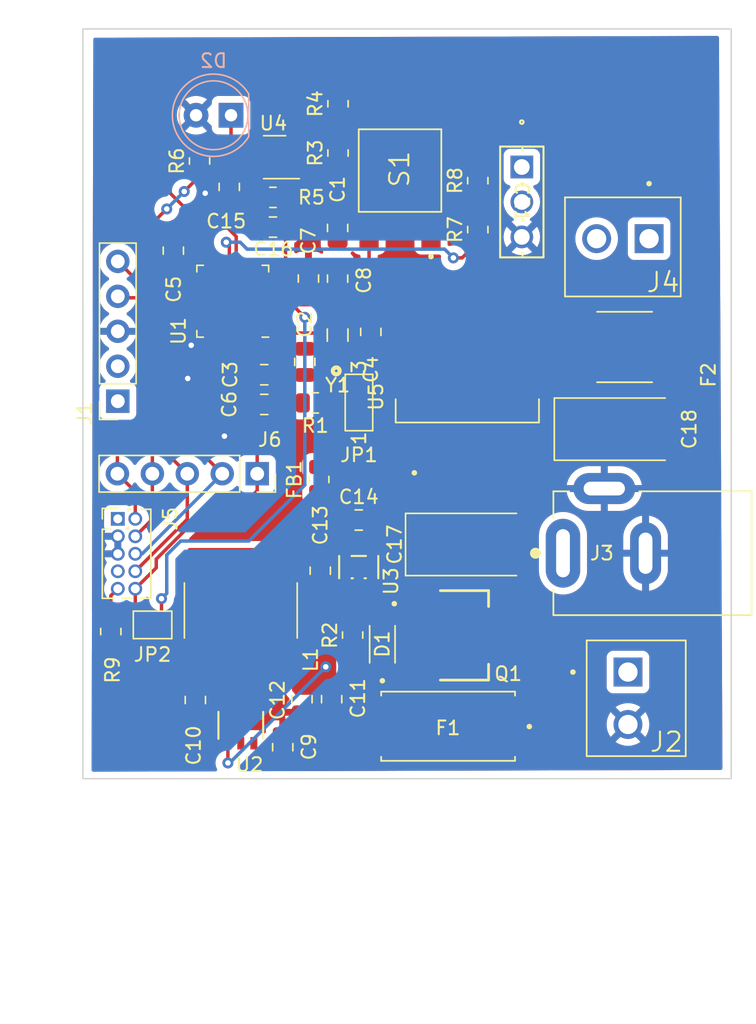
<source format=kicad_pcb>
(kicad_pcb (version 20221018) (generator pcbnew)
  (layers (0 "F.Cu" signal) (31 "B.Cu" signal) (34 "B.Paste" user) (35 "F.Paste" user) (36 "B.SilkS" user "B.Silkscreen") (37 "F.SilkS" user "F.Silkscreen") (38 "B.Mask" user) (39 "F.Mask" user) (44 "Edge.Cuts" user))
  (net 0 "")
  (net 1 "NRST")
  (net 2 "GND")
  (net 3 "Net-(U1-PC14)")
  (net 4 "+3.3V")
  (net 5 "Net-(U1-PC15)")
  (net 6 "VDDA")
  (net 7 "VDD")
  (net 8 "Net-(U2-BST)")
  (net 9 "Net-(U2-SW)")
  (net 10 "+5V")
  (net 11 "Net-(D2-K)")
  (net 12 "/ADC1_IN5")
  (net 13 "Net-(U5-VOUT)")
  (net 14 "Net-(CR1-Pad1)")
  (net 15 "Net-(CR1-Pad2)")
  (net 16 "Net-(D1-K)")
  (net 17 "Net-(D1-A)")
  (net 18 "Net-(F2-Pad2)")
  (net 19 "/USART1_RX")
  (net 20 "/USART1_TX")
  (net 21 "Net-(J2-Pad1)")
  (net 22 "/TMS{slash}SWDAT_PA13")
  (net 23 "/TCK{slash}SWCLK_PA14")
  (net 24 "/TDO{slash}SWO_PB3")
  (net 26 "/TDI_PA15")
  (net 27 "Net-(J5-GNDDetect)")
  (net 28 "/TRST_PB4")
  (net 29 "Net-(JP1-C)")
  (net 30 "/BOOT_SELECT")
  (net 31 "Net-(U4-IN+)")
  (net 32 "/PA6")
  (net 33 "/PA7")
  (net 34 "Net-(R7-Pad2)")
  (net 37 "/ADC1_IN6")
  (net 38 "/USART2_TX")
  (net 39 "/USART2_RX")
  (net 40 "/DAC1_OUT1")
  (net 41 "/DAC1_OUT2")
  (net 42 "/PB0")
  (net 43 "/PB1")
  (net 44 "/PA8")
  (net 45 "/CAN_RX")
  (net 46 "/CAN_TX")
  (net 47 "/PB5")
  (net 48 "/I2C1_SCL")
  (net 49 "/I2C1_SDA")
  (footprint "Resistor_SMD:R_0805_2012Metric" (layer "F.Cu") (at 179.197 81.8915 -90)
    (fp_text reference "FB1" (at 0.0235 1.778 90) (layer "F.SilkS"))
    (fp_text value "~")
    (pad "1" smd roundrect (at -0.9125 0 270) (size 1.025 1.4) (layers "F.Cu" "F.Paste" "F.Mask") (roundrect_rratio 0.243902) (net 6 "VDDA"))
    (pad "2" smd roundrect (at 0.9125 0 270) (size 1.025 1.4) (layers "F.Cu" "F.Paste" "F.Mask") (roundrect_rratio 0.243902) (net 4 "+3.3V"))
  )
  (footprint "Resistor_SMD:R_0805_2012Metric" (layer "F.Cu") (at 178.943 76.327 180)
    (fp_text reference "R1" (at 0 -1.65) (layer "F.SilkS"))
    (fp_text value "10K")
    (pad "1" smd roundrect (at -0.9125 0 180) (size 1.025 1.4) (layers "F.Cu" "F.Paste" "F.Mask") (roundrect_rratio 0.243902) (net 29 "Net-(JP1-C)"))
    (pad "2" smd roundrect (at 0.9125 0 180) (size 1.025 1.4) (layers "F.Cu" "F.Paste" "F.Mask") (roundrect_rratio 0.243902) (net 30 "/BOOT_SELECT"))
  )
  (footprint "ldo:ADP122AUJZ-3.3-R7" (layer "F.Cu") (at 182.1 88.258)
    (fp_text reference "U3" (at 2.352 1.023 -90) (layer "F.SilkS"))
    (fp_text value "ADP122AUJZ-3.3-R7")
    (pad "1" smd rect (at -0.95 1.15) (size 0.6 1.2) (layers "F.Cu") (net 10 "+5V"))
    (pad "2" smd rect (at 0 1.15) (size 0.6 1.2) (layers "F.Cu") (net 2 "GND"))
    (pad "3" smd rect (at 0.95 1.15) (size 0.6 1.2) (layers "F.Cu") (net 10 "+5V"))
    (pad "4" smd rect (at 0.95 -1.15) (size 0.6 1.2) (layers "F.Cu"))
    (pad "5" smd rect (at -0.95 -1.15) (size 0.6 1.2) (layers "F.Cu") (net 4 "+3.3V"))
  )
  (footprint "Resistor_SMD:R_0805_2012Metric" (layer "F.Cu") (at 180.594 54.5865 90)
    (fp_text reference "R4" (at 0 -1.65 90) (layer "F.SilkS"))
    (fp_text value "33K")
    (pad "1" smd roundrect (at -0.9125 0 90) (size 1.025 1.4) (layers "F.Cu" "F.Paste" "F.Mask") (roundrect_rratio 0.243902) (net 31 "Net-(U4-IN+)"))
    (pad "2" smd roundrect (at 0.9125 0 90) (size 1.025 1.4) (layers "F.Cu" "F.Paste" "F.Mask") (roundrect_rratio 0.243902) (net 2 "GND"))
  )
  (footprint "diodes:MMSZ4700T1G" (layer "F.Cu") (at 183.817 93.867 90)
    (fp_text reference "D1" (at 0.014 0 270) (layer "F.SilkS"))
    (fp_text value "D_Zener")
    (pad "1" smd rect (at -1.6375 0 90) (size 0.915 1.22) (layers "F.Cu" "F.Paste" "F.Mask") (net 16 "Net-(D1-K)"))
    (pad "2" smd rect (at 1.6375 0 90) (size 0.915 1.22) (layers "F.Cu" "F.Paste" "F.Mask") (net 17 "Net-(D1-A)"))
  )
  (footprint "Capacitor_SMD:C_0805_2012Metric" (layer "F.Cu") (at 178.445 67.2875 90)
    (fp_text reference "C7" (at 2.733 0 90) (layer "F.SilkS"))
    (fp_text value "1uF")
    (pad "1" smd roundrect (at -0.95 0 90) (size 1 1.45) (layers "F.Cu" "F.Paste" "F.Mask") (net 6 "VDDA"))
    (pad "2" smd roundrect (at 0.95 0 90) (size 1 1.45) (layers "F.Cu" "F.Paste" "F.Mask") (net 2 "GND"))
  )
  (footprint "Connector_PinSocket_2.54mm:PinSocket_1x05_P2.54mm_Vertical" (layer "F.Cu") (at 164.592 76.2 180)
    (fp_text reference "J1" (at 2.413 -0.889 90) (layer "F.SilkS"))
    (fp_text value "Conn_01x05_Socket")
    (pad "1" thru_hole rect (at 0 0 180) (size 1.7 1.7) (drill 1) (layers "*.Cu" "*.Mask") (net 10 "+5V"))
    (pad "2" thru_hole oval (at 0 2.54 180) (size 1.7 1.7) (drill 1) (layers "*.Cu" "*.Mask") (net 4 "+3.3V"))
    (pad "3" thru_hole oval (at 0 5.08 180) (size 1.7 1.7) (drill 1) (layers "*.Cu" "*.Mask") (net 2 "GND"))
    (pad "4" thru_hole oval (at 0 7.62 180) (size 1.7 1.7) (drill 1) (layers "*.Cu" "*.Mask") (net 19 "/USART1_RX"))
    (pad "5" thru_hole oval (at 0 10.16 180) (size 1.7 1.7) (drill 1) (layers "*.Cu" "*.Mask") (net 20 "/USART1_TX"))
  )
  (footprint "Resistor_SMD:R_0805_2012Metric" (layer "F.Cu") (at 180.594 58.166 90)
    (fp_text reference "R3" (at 0 -1.65 90) (layer "F.SilkS"))
    (fp_text value "1M")
    (pad "1" smd roundrect (at -0.9125 0 90) (size 1.025 1.4) (layers "F.Cu" "F.Paste" "F.Mask") (roundrect_rratio 0.243902) (net 4 "+3.3V"))
    (pad "2" smd roundrect (at 0.9125 0 90) (size 1.025 1.4) (layers "F.Cu" "F.Paste" "F.Mask") (roundrect_rratio 0.243902) (net 31 "Net-(U4-IN+)"))
  )
  (footprint "fuses:0ZCF0100AF2A" (layer "F.Cu") (at 201.422 72.263)
    (fp_text reference "F2" (at 6.096 2.032 90) (layer "F.SilkS"))
    (fp_text value "1A")
    (pad "1" smd rect (at -3.7 0 90) (size 5.6 2.3) (layers "F.Cu" "F.Paste" "F.Mask") (net 13 "Net-(U5-VOUT)"))
    (pad "2" smd rect (at 3.7 0 90) (size 5.6 2.3) (layers "F.Cu" "F.Paste" "F.Mask") (net 18 "Net-(F2-Pad2)"))
  )
  (footprint "Capacitor_SMD:C_0805_2012Metric" (layer "F.Cu") (at 179.306 88.519 90)
    (fp_text reference "C13" (at 3.302 0 90) (layer "F.SilkS"))
    (fp_text value "1uF")
    (pad "1" smd roundrect (at -0.95 0 90) (size 1 1.45) (layers "F.Cu" "F.Paste" "F.Mask") (net 10 "+5V"))
    (pad "2" smd roundrect (at 0.95 0 90) (size 1 1.45) (layers "F.Cu" "F.Paste" "F.Mask") (net 2 "GND"))
  )
  (footprint "connectors:TBP02R2-381-02BE" (layer "F.Cu") (at 203.2 64.389 180)
    (fp_text reference "J4" (at -1.016 -3.175) (layer "F.SilkS") (effects (font (size 1.4 1.4))))
    (fp_text value "TBP02R2-381-02BE")
    (pad "1" thru_hole rect (at 0 0 180) (size 2.1 2.1) (drill 1.4) (layers "*.Cu" "*.Mask") (net 18 "Net-(F2-Pad2)"))
    (pad "2" thru_hole circle (at 3.81 0 180) (size 2.1 2.1) (drill 1.4) (layers "*.Cu" "*.Mask") (net 15 "Net-(CR1-Pad2)"))
  )
  (footprint "Connector_PinHeader_1.27mm:PinHeader_2x05_P1.27mm_Vertical" (layer "F.Cu") (at 164.592 84.75)
    (fp_text reference "J5" (at 3.81 0 90) (layer "F.SilkS"))
    (fp_text value "Conn_ARM_JTAG_SWD_10")
    (pad "1" thru_hole rect (at 0 0) (size 1 1) (drill 0.65) (layers "*.Cu" "*.Mask") (net 4 "+3.3V"))
    (pad "2" thru_hole oval (at 1.27 0) (size 1 1) (drill 0.65) (layers "*.Cu" "*.Mask") (net 22 "/TMS{slash}SWDAT_PA13"))
    (pad "3" thru_hole oval (at 0 1.27) (size 1 1) (drill 0.65) (layers "*.Cu" "*.Mask") (net 2 "GND"))
    (pad "4" thru_hole oval (at 1.27 1.27) (size 1 1) (drill 0.65) (layers "*.Cu" "*.Mask") (net 23 "/TCK{slash}SWCLK_PA14"))
    (pad "5" thru_hole oval (at 0 2.54) (size 1 1) (drill 0.65) (layers "*.Cu" "*.Mask") (net 2 "GND"))
    (pad "6" thru_hole oval (at 1.27 2.54) (size 1 1) (drill 0.65) (layers "*.Cu" "*.Mask") (net 24 "/TDO{slash}SWO_PB3"))
    (pad "7" thru_hole oval (at 0 3.81) (size 1 1) (drill 0.65) (layers "*.Cu" "*.Mask"))
    (pad "8" thru_hole oval (at 1.27 3.81) (size 1 1) (drill 0.65) (layers "*.Cu" "*.Mask") (net 26 "/TDI_PA15"))
    (pad "9" thru_hole oval (at 0 5.08) (size 1 1) (drill 0.65) (layers "*.Cu" "*.Mask") (net 27 "Net-(J5-GNDDetect)"))
    (pad "10" thru_hole oval (at 1.27 5.08) (size 1 1) (drill 0.65) (layers "*.Cu" "*.Mask") (net 28 "/TRST_PB4"))
  )
  (footprint "ldo:AP63205WU-7" (layer "F.Cu") (at 173.53 99.757 90)
    (fp_text reference "U2" (at -2.859 0.635 unlocked) (layer "F.SilkS"))
    (fp_text value "AP63205WU-7" hide)
    (pad "1" smd rect (at -1.30175 -0.950001 90) (size 0.9017 0.508) (layers "F.Cu" "F.Paste" "F.Mask") (net 10 "+5V"))
    (pad "2" smd rect (at -1.30175 0 90) (size 0.9017 0.508) (layers "F.Cu" "F.Paste" "F.Mask") (net 7 "VDD"))
    (pad "3" smd rect (at -1.30175 0.950001 90) (size 0.9017 0.508) (layers "F.Cu" "F.Paste" "F.Mask") (net 7 "VDD"))
    (pad "4" smd rect (at 1.30175 0.950001 90) (size 0.9017 0.508) (layers "F.Cu" "F.Paste" "F.Mask") (net 2 "GND"))
    (pad "5" smd rect (at 1.30175 0 90) (size 0.9017 0.508) (layers "F.Cu" "F.Paste" "F.Mask") (net 9 "Net-(U2-SW)"))
    (pad "6" smd rect (at 1.30175 -0.950001 90) (size 0.9017 0.508) (layers "F.Cu" "F.Paste" "F.Mask") (net 8 "Net-(U2-BST)"))
  )
  (footprint "Capacitor_SMD:C_0805_2012Metric" (layer "F.Cu") (at 168.628 65.2605 90)
    (fp_text reference "C5" (at -2.8115 0.028 90) (layer "F.SilkS"))
    (fp_text value "100nF")
    (pad "1" smd roundrect (at -0.95 0 90) (size 1 1.45) (layers "F.Cu" "F.Paste" "F.Mask") (net 4 "+3.3V"))
    (pad "2" smd roundrect (at 0.95 0 90) (size 1 1.45) (layers "F.Cu" "F.Paste" "F.Mask") (net 2 "GND"))
  )
  (footprint "Resistor_SMD:R_0805_2012Metric" (layer "F.Cu") (at 175.867 61.3895)
    (fp_text reference "R5" (at 2.794 0) (layer "F.SilkS"))
    (fp_text value "500K")
    (pad "1" smd roundrect (at -0.9125 0) (size 1.025 1.4) (layers "F.Cu" "F.Paste" "F.Mask") (roundrect_rratio 0.243902) (net 11 "Net-(D2-K)"))
    (pad "2" smd roundrect (at 0.9125 0) (size 1.025 1.4) (layers "F.Cu" "F.Paste" "F.Mask") (roundrect_rratio 0.243902) (net 12 "/ADC1_IN5"))
  )
  (footprint "Capacitor_SMD:C_0805_2012Metric" (layer "F.Cu") (at 182.1 84.836)
    (fp_text reference "C14" (at 0 -1.68) (layer "F.SilkS"))
    (fp_text value "1uF")
    (pad "1" smd roundrect (at -0.95 0) (size 1 1.45) (layers "F.Cu" "F.Paste" "F.Mask") (net 4 "+3.3V"))
    (pad "2" smd roundrect (at 0.95 0) (size 1 1.45) (layers "F.Cu" "F.Paste" "F.Mask") (net 2 "GND"))
  )
  (footprint "Resistor_SMD:R_0805_2012Metric" (layer "F.Cu") (at 164.084 92.9405 -90)
    (fp_text reference "R9" (at 2.794 -0.127 90) (layer "F.SilkS"))
    (fp_text value "10K")
    (pad "1" smd roundrect (at -0.9125 0 270) (size 1.025 1.4) (layers "F.Cu" "F.Paste" "F.Mask") (roundrect_rratio 0.243902) (net 27 "Net-(J5-GNDDetect)"))
    (pad "2" smd roundrect (at 0.9125 0 270) (size 1.025 1.4) (layers "F.Cu" "F.Paste" "F.Mask") (roundrect_rratio 0.243902) (net 2 "GND"))
  )
  (footprint "Inductor_SMD:L_Bourns_SRN8040TA" (layer "F.Cu") (at 173.53 91.409 90)
    (fp_text reference "L1" (at -3.587 5.08 90) (layer "F.SilkS"))
    (fp_text value "4.7uH")
    (pad "1" smd rect (at -2.825 0) (size 6.6 2.85) (layers "F.Cu" "F.Paste" "F.Mask") (net 9 "Net-(U2-SW)"))
    (pad "2" smd rect (at 2.825 0) (size 6.6 2.85) (layers "F.Cu" "F.Paste" "F.Mask") (net 10 "+5V"))
  )
  (footprint "Jumper:SolderJumper-3_P1.3mm_Bridged12_Pad1.0x1.5mm_NumberLabels" (layer "F.Cu") (at 182.118 76.297 90)
    (fp_text reference "JP1" (at -3.81 0) (layer "F.SilkS"))
    (fp_text value "Boot_Sel")
    (fp_text user "3" (at 2.6 0 90) (layer "F.SilkS"))
    (fp_text user "1" (at -2.6 0 90) (layer "F.SilkS"))
    (fp_poly (pts (xy -0.9 -0.3) (xy -0.4 -0.3) (xy -0.4 0.3) (xy -0.9 0.3)) (fill solid) (layer "F.Cu"))
    (pad "1" smd rect (at -1.3 0 90) (size 1 1.5) (layers "F.Cu" "F.Mask") (net 2 "GND"))
    (pad "2" smd rect (at 0 0 90) (size 1 1.5) (layers "F.Cu" "F.Mask") (net 29 "Net-(JP1-C)"))
    (pad "3" smd rect (at 1.3 0 90) (size 1 1.5) (layers "F.Cu" "F.Mask") (net 4 "+3.3V"))
  )
  (footprint "Package_TO_SOT_SMD:SOT-23-6" (layer "F.Cu") (at 175.9885 58.4685 180)
    (fp_text reference "U4" (at 0.0935 2.4615 180) (layer "F.SilkS"))
    (fp_text value "OPA328DBVR")
    (pad "1" smd roundrect (at -1.1375 -0.95 180) (size 1.325 0.6) (layers "F.Cu" "F.Paste" "F.Mask") (net 12 "/ADC1_IN5"))
    (pad "2" smd roundrect (at -1.1375 0 180) (size 1.325 0.6) (layers "F.Cu" "F.Paste" "F.Mask") (net 2 "GND"))
    (pad "3" smd roundrect (at -1.1375 0.95 180) (size 1.325 0.6) (layers "F.Cu" "F.Paste" "F.Mask") (net 31 "Net-(U4-IN+)"))
    (pad "4" smd roundrect (at 1.1375 0.95 180) (size 1.325 0.6) (layers "F.Cu" "F.Paste" "F.Mask") (net 11 "Net-(D2-K)"))
    (pad "5" smd roundrect (at 1.1375 0 180) (size 1.325 0.6) (layers "F.Cu" "F.Paste" "F.Mask") (net 32 "/PA6"))
    (pad "6" smd roundrect (at 1.1375 -0.95 180) (size 1.325 0.6) (layers "F.Cu" "F.Paste" "F.Mask") (net 4 "+3.3V"))
  )
  (footprint "Capacitor_SMD:C_0805_2012Metric" (layer "F.Cu") (at 172.692 60.6275 -90)
    (fp_text reference "C15" (at 2.4915 0.226 -180) (layer "F.SilkS"))
    (fp_text value "100nF")
    (pad "1" smd roundrect (at -0.95 0 270) (size 1 1.45) (layers "F.Cu" "F.Paste" "F.Mask") (net 4 "+3.3V"))
    (pad "2" smd roundrect (at 0.95 0 270) (size 1 1.45) (layers "F.Cu" "F.Paste" "F.Mask") (net 2 "GND"))
  )
  (footprint "Capacitor_SMD:C_0805_2012Metric" (layer "F.Cu") (at 175.232 74.2775 180)
    (fp_text reference "C3" (at 2.474 0 90) (layer "F.SilkS"))
    (fp_text value "100nF")
    (pad "1" smd roundrect (at -0.95 0 180) (size 1 1.45) (layers "F.Cu" "F.Paste" "F.Mask") (net 4 "+3.3V"))
    (pad "2" smd roundrect (at 0.95 0 180) (size 1 1.45) (layers "F.Cu" "F.Paste" "F.Mask") (net 2 "GND"))
  )
  (footprint "Capacitor_SMD:C_0805_2012Metric" (layer "F.Cu") (at 177.975 97.856 -90)
    (fp_text reference "C12" (at 0.066 1.778 90) (layer "F.SilkS"))
    (fp_text value "22uF")
    (pad "1" smd roundrect (at -0.95 0 270) (size 1 1.45) (layers "F.Cu" "F.Paste" "F.Mask") (net 10 "+5V"))
    (pad "2" smd roundrect (at 0.95 0 270) (size 1 1.45) (layers "F.Cu" "F.Paste" "F.Mask") (net 2 "GND"))
  )
  (footprint "Capacitor_SMD:C_0805_2012Metric" (layer "F.Cu") (at 182.979 71.1635 -90)
    (fp_text reference "C4" (at 2.733 0 90) (layer "F.SilkS"))
    (fp_text value "10pF")
    (pad "1" smd roundrect (at -0.95 0 270) (size 1 1.45) (layers "F.Cu" "F.Paste" "F.Mask") (net 5 "Net-(U1-PC15)"))
    (pad "2" smd roundrect (at 0.95 0 270) (size 1 1.45) (layers "F.Cu" "F.Paste" "F.Mask") (net 2 "GND"))
  )
  (footprint "crystals:ECS-.327-12.5-34R-C-TR" (layer "F.Cu") (at 180.566 71.3975 90)
    (fp_text reference "Y1" (at -3.642 0) (layer "F.SilkS"))
    (fp_text value "ECS-.327-12.5-34R-C-TR")
    (pad "1" smd rect (at -1.25 0 270) (size 1.1 1.9) (layers "F.Cu" "F.Paste" "F.Mask") (net 3 "Net-(U1-PC14)"))
    (pad "2" smd rect (at 1.25 0 270) (size 1.1 1.9) (layers "F.Cu" "F.Paste" "F.Mask") (net 5 "Net-(U1-PC15)"))
  )
  (footprint "Resistor_SMD:R_0805_2012Metric" (layer "F.Cu") (at 190.754 60.1745 90)
    (fp_text reference "R8" (at 0 -1.65 90) (layer "F.SilkS"))
    (fp_text value "10K")
    (pad "1" smd roundrect (at -0.9125 0 90) (size 1.025 1.4) (layers "F.Cu" "F.Paste" "F.Mask") (roundrect_rratio 0.243902) (net 34 "Net-(R7-Pad2)"))
    (pad "2" smd roundrect (at 0.9125 0 90) (size 1.025 1.4) (layers "F.Cu" "F.Paste" "F.Mask") (roundrect_rratio 0.243902) (net 14 "Net-(CR1-Pad1)"))
  )
  (footprint "Package_DFN_QFN:QFN-32-1EP_5x5mm_P0.5mm_EP3.45x3.45mm" (layer "F.Cu") (at 172.946 68.9365 180)
    (fp_text reference "U1" (at 3.937 -2.166 90) (layer "F.SilkS"))
    (fp_text value "STM32L432KCU6")
    (pad "1" smd roundrect (at -2.4375 -1.75 180) (size 0.875 0.25) (layers "F.Cu" "F.Paste" "F.Mask") (net 4 "+3.3V"))
    (pad "2" smd roundrect (at -2.4375 -1.25 180) (size 0.875 0.25) (layers "F.Cu" "F.Paste" "F.Mask") (net 3 "Net-(U1-PC14)"))
    (pad "3" smd roundrect (at -2.4375 -0.75 180) (size 0.875 0.25) (layers "F.Cu" "F.Paste" "F.Mask") (net 5 "Net-(U1-PC15)"))
    (pad "4" smd roundrect (at -2.4375 -0.25 180) (size 0.875 0.25) (layers "F.Cu" "F.Paste" "F.Mask") (net 1 "NRST"))
    (pad "5" smd roundrect (at -2.4375 0.25 180) (size 0.875 0.25) (layers "F.Cu" "F.Paste" "F.Mask") (net 6 "VDDA"))
    (pad "6" smd roundrect (at -2.4375 0.75 180) (size 0.875 0.25) (layers "F.Cu" "F.Paste" "F.Mask") (net 12 "/ADC1_IN5"))
    (pad "7" smd roundrect (at -2.4375 1.25 180) (size 0.875 0.25) (layers "F.Cu" "F.Paste" "F.Mask") (net 37 "/ADC1_IN6"))
    (pad "8" smd roundrect (at -2.4375 1.75 180) (size 0.875 0.25) (layers "F.Cu" "F.Paste" "F.Mask") (net 38 "/USART2_TX"))
    (pad "9" smd roundrect (at -1.75 2.4375 180) (size 0.25 0.875) (layers "F.Cu" "F.Paste" "F.Mask") (net 39 "/USART2_RX"))
    (pad "10" smd roundrect (at -1.25 2.4375 180) (size 0.25 0.875) (layers "F.Cu" "F.Paste" "F.Mask") (net 40 "/DAC1_OUT1"))
    (pad "11" smd roundrect (at -0.75 2.4375 180) (size 0.25 0.875) (layers "F.Cu" "F.Paste" "F.Mask") (net 41 "/DAC1_OUT2"))
    (pad "12" smd roundrect (at -0.25 2.4375 180) (size 0.25 0.875) (layers "F.Cu" "F.Paste" "F.Mask") (net 32 "/PA6"))
    (pad "13" smd roundrect (at 0.25 2.4375 180) (size 0.25 0.875) (layers "F.Cu" "F.Paste" "F.Mask") (net 33 "/PA7"))
    (pad "14" smd roundrect (at 0.75 2.4375 180) (size 0.25 0.875) (layers "F.Cu" "F.Paste" "F.Mask") (net 42 "/PB0"))
    (pad "15" smd roundrect (at 1.25 2.4375 180) (size 0.25 0.875) (layers "F.Cu" "F.Paste" "F.Mask") (net 43 "/PB1"))
    (pad "16" smd roundrect (at 1.75 2.4375 180) (size 0.25 0.875) (layers "F.Cu" "F.Paste" "F.Mask") (net 2 "GND"))
    (pad "17" smd roundrect (at 2.4375 1.75 180) (size 0.875 0.25) (layers "F.Cu" "F.Paste" "F.Mask") (net 4 "+3.3V"))
    (pad "18" smd roundrect (at 2.4375 1.25 180) (size 0.875 0.25) (layers "F.Cu" "F.Paste" "F.Mask") (net 44 "/PA8"))
    (pad "19" smd roundrect (at 2.4375 0.75 180) (size 0.875 0.25) (layers "F.Cu" "F.Paste" "F.Mask") (net 20 "/USART1_TX"))
    (pad "20" smd roundrect (at 2.4375 0.25 180) (size 0.875 0.25) (layers "F.Cu" "F.Paste" "F.Mask") (net 19 "/USART1_RX"))
    (pad "21" smd roundrect (at 2.4375 -0.25 180) (size 0.875 0.25) (layers "F.Cu" "F.Paste" "F.Mask") (net 45 "/CAN_RX"))
    (pad "22" smd roundrect (at 2.4375 -0.75 180) (size 0.875 0.25) (layers "F.Cu" "F.Paste" "F.Mask") (net 46 "/CAN_TX"))
    (pad "23" smd roundrect (at 2.4375 -1.25 180) (size 0.875 0.25) (layers "F.Cu" "F.Paste" "F.Mask") (net 22 "/TMS{slash}SWDAT_PA13"))
    (pad "24" smd roundrect (at 2.4375 -1.75 180) (size 0.875 0.25) (layers "F.Cu" "F.Paste" "F.Mask") (net 23 "/TCK{slash}SWCLK_PA14"))
    (pad "25" smd roundrect (at 1.75 -2.4375 180) (size 0.25 0.875) (layers "F.Cu" "F.Paste" "F.Mask") (net 26 "/TDI_PA15"))
    (pad "26" smd roundrect (at 1.25 -2.4375 180) (size 0.25 0.875) (layers "F.Cu" "F.Paste" "F.Mask") (net 24 "/TDO{slash}SWO_PB3"))
    (pad "27" smd roundrect (at 0.75 -2.4375 180) (size 0.25 0.875) (layers "F.Cu" "F.Paste" "F.Mask") (net 28 "/TRST_PB4"))
    (pad "28" smd roundrect (at 0.25 -2.4375 180) (size 0.25 0.875) (layers "F.Cu" "F.Paste" "F.Mask") (net 47 "/PB5"))
    (pad "29" smd roundrect (at -0.25 -2.4375 180) (size 0.25 0.875) (layers "F.Cu" "F.Paste" "F.Mask") (net 48 "/I2C1_SCL"))
    (pad "30" smd roundrect (at -0.75 -2.4375 180) (size 0.25 0.875) (layers "F.Cu" "F.Paste" "F.Mask") (net 49 "/I2C1_SDA"))
    (pad "31" smd roundrect (at -1.25 -2.4375 180) (size 0.25 0.875) (layers "F.Cu" "F.Paste" "F.Mask") (net 30 "/BOOT_SELECT"))
    (pad "32" smd roundrect (at -1.75 -2.4375 180) (size 0.25 0.875) (layers "F.Cu" "F.Paste" "F.Mask") (net 2 "GND"))
    (pad "33" smd rect (at 0 0 180) (size 3.45 3.45) (layers "F.Cu" "F.Mask") (net 2 "GND"))
  )
  (footprint "Resistor_SMD:R_0805_2012Metric" (layer "F.Cu") (at 190.754 63.7305 90)
    (fp_text reference "R7" (at 0 -1.65 90) (layer "F.SilkS"))
    (fp_text value "10K")
    (pad "1" smd roundrect (at -0.9125 0 90) (size 1.025 1.4) (layers "F.Cu" "F.Paste" "F.Mask") (roundrect_rratio 0.243902) (net 33 "/PA7"))
    (pad "2" smd roundrect (at 0.9125 0 90) (size 1.025 1.4) (layers "F.Cu" "F.Paste" "F.Mask") (roundrect_rratio 0.243902) (net 34 "Net-(R7-Pad2)"))
  )
  (footprint "Capacitor_SMD:C_0805_2012Metric" (layer "F.Cu") (at 175.232 76.4365 180)
    (fp_text reference "C6" (at 2.54 0 90) (layer "F.SilkS"))
    (fp_text value "4.7uF")
    (pad "1" smd roundrect (at -0.95 0 180) (size 1 1.45) (layers "F.Cu" "F.Paste" "F.Mask") (net 4 "+3.3V"))
    (pad "2" smd roundrect (at 0.95 0 180) (size 1 1.45) (layers "F.Cu" "F.Paste" "F.Mask") (net 2 "GND"))
  )
  (footprint "connectors:PJ-002A" (layer "F.Cu") (at 196.946 87.249)
    (fp_text reference "J3" (at 2.825 0) (layer "F.SilkS") (effects (font (size 1.000827 1.000827))))
    (fp_text value "PJ-002A")
    (pad "1" thru_hole oval (at 0 0) (size 2.5 5) (drill oval 1 3.5) (layers "*.Cu" "*.Mask") (net 21 "Net-(J2-Pad1)"))
    (pad "2" thru_hole oval (at 6 0) (size 2.25 4.5) (drill oval 1 3) (layers "*.Cu" "*.Mask") (net 2 "GND"))
    (pad "3" thru_hole oval (at 3 -4.7) (size 4.5 2.25) (drill oval 3 1) (layers "*.Cu" "*.Mask") (net 2 "GND"))
  )
  (footprint "connectors:TBP02R2-381-02BE" (layer "F.Cu") (at 201.6655 95.885 -90)
    (fp_text reference "J2" (at 5.08 -2.794 -180) (layer "F.SilkS") (effects (font (size 1.4 1.4))))
    (fp_text value "TBP02R2-381-02BE")
    (pad "1" thru_hole rect (at 0 0 270) (size 2.1 2.1) (drill 1.4) (layers "*.Cu" "*.Mask") (net 21 "Net-(J2-Pad1)"))
    (pad "2" thru_hole circle (at 3.81 0 270) (size 2.1 2.1) (drill 1.4) (layers "*.Cu" "*.Mask") (net 2 "GND"))
  )
  (footprint "Capacitor_SMD:C_0805_2012Metric" (layer "F.Cu") (at 178.181 73.345 -90)
    (fp_text reference "C2" (at -2.733 0 90) (layer "F.SilkS"))
    (fp_text value "10pF")
    (pad "1" smd roundrect (at -0.95 0 270) (size 1 1.45) (layers "F.Cu" "F.Paste" "F.Mask") (net 3 "Net-(U1-PC14)"))
    (pad "2" smd roundrect (at 0.95 0 270) (size 1 1.45) (layers "F.Cu" "F.Paste" "F.Mask") (net 2 "GND"))
  )
  (footprint "Capacitor_Tantalum_SMD:CP_EIA-7343-15_Kemet-W" (layer "F.Cu") (at 189.913 86.614)
    (fp_text reference "C17" (at -5.207 0 -90) (layer "F.SilkS"))
    (fp_text value "10uF")
    (pad "1" smd roundrect (at -3.1125 0) (size 2.075 2.55) (layers "F.Cu" "F.Paste" "F.Mask") (roundrect_rratio 0.120482) (net 7 "VDD"))
    (pad "2" smd roundrect (at 3.1125 0) (size 2.075 2.55) (layers "F.Cu" "F.Paste" "F.Mask") (roundrect_rratio 0.120482) (net 2 "GND"))
  )
  (footprint "Capacitor_Tantalum_SMD:CP_EIA-7343-15_Kemet-W" (layer "F.Cu") (at 200.7225 78.232)
    (fp_text reference "C18" (at 5.3985 0 90) (layer "F.SilkS"))
    (fp_text value "10uF")
    (pad "1" smd roundrect (at -3.1125 0) (size 2.075 2.55) (layers "F.Cu" "F.Paste" "F.Mask") (roundrect_rratio 0.120482) (net 13 "Net-(U5-VOUT)"))
    (pad "2" smd roundrect (at 3.1125 0) (size 2.075 2.55) (layers "F.Cu" "F.Paste" "F.Mask") (roundrect_rratio 0.120482) (net 2 "GND"))
  )
  (footprint "Capacitor_SMD:C_0805_2012Metric" (layer "F.Cu") (at 175.867 63.5485)
    (fp_text reference "C16" (at 0.028 1.6025) (layer "F.SilkS"))
    (fp_text value "0.1pF")
    (pad "1" smd roundrect (at -0.95 0) (size 1 1.45) (layers "F.Cu" "F.Paste" "F.Mask") (net 11 "Net-(D2-K)"))
    (pad "2" smd roundrect (at 0.95 0) (size 1 1.45) (layers "F.Cu" "F.Paste" "F.Mask") (net 12 "/ADC1_IN5"))
  )
  (footprint "Connector_PinSocket_2.54mm:PinSocket_1x05_P2.54mm_Vertical" (layer "F.Cu") (at 174.722 81.473 -90)
    (fp_text reference "J6" (at -2.479 -0.919 -180) (layer "F.SilkS"))
    (fp_text value "Conn_01x05_Socket")
    (pad "1" thru_hole rect (at 0 0 270) (size 1.7 1.7) (drill 1) (layers "*.Cu" "*.Mask") (net 28 "/TRST_PB4"))
    (pad "2" thru_hole oval (at 0 2.54 270) (size 1.7 1.7) (drill 1) (layers "*.Cu" "*.Mask") (net 24 "/TDO{slash}SWO_PB3"))
    (pad "3" thru_hole oval (at 0 5.08 270) (size 1.7 1.7) (drill 1) (layers "*.Cu" "*.Mask") (net 26 "/TDI_PA15"))
    (pad "4" thru_hole oval (at 0 7.62 270) (size 1.7 1.7) (drill 1) (layers "*.Cu" "*.Mask") (net 23 "/TCK{slash}SWCLK_PA14"))
    (pad "5" thru_hole oval (at 0 10.16 270) (size 1.7 1.7) (drill 1) (layers "*.Cu" "*.Mask") (net 22 "/TMS{slash}SWDAT_PA13"))
  )
  (footprint "Capacitor_SMD:C_0805_2012Metric" (layer "F.Cu") (at 170.228 97.917 90)
    (fp_text reference "C10" (at -3.302 -0.127 90) (layer "F.SilkS"))
    (fp_text value "100nF")
    (pad "1" smd roundrect (at -0.95 0 90) (size 1 1.45) (layers "F.Cu" "F.Paste" "F.Mask") (net 8 "Net-(U2-BST)"))
    (pad "2" smd roundrect (at 0.95 0 90) (size 1 1.45) (layers "F.Cu" "F.Paste" "F.Mask") (net 9 "Net-(U2-SW)"))
  )
  (footprint "Jumper:SolderJumper-2_P1.3mm_Bridged_Pad1.0x1.5mm" (layer "F.Cu") (at 167.117 92.456)
    (fp_text reference "JP2" (at 0 2.159) (layer "F.SilkS"))
    (fp_text value "~")
    (fp_poly (pts (xy -0.25 -0.3) (xy 0.25 -0.3) (xy 0.25 0.3) (xy -0.25 0.3)) (fill solid) (layer "F.Cu"))
    (pad "1" smd rect (at -0.65 0) (size 1 1.5) (layers "F.Cu" "F.Mask") (net 28 "/TRST_PB4"))
    (pad "2" smd rect (at 0.65 0) (size 1 1.5) (layers "F.Cu" "F.Mask") (net 1 "NRST"))
  )
  (footprint "Resistor_SMD:R_0805_2012Metric" (layer "F.Cu") (at 170.533 58.746 90)
    (fp_text reference "R6" (at 0 -1.65 90) (layer "F.SilkS"))
    (fp_text value "100K")
    (pad "1" smd roundrect (at -0.9125 0 90) (size 1.025 1.4) (layers "F.Cu" "F.Paste" "F.Mask") (roundrect_rratio 0.243902) (net 4 "+3.3V"))
    (pad "2" smd roundrect (at 0.9125 0 90) (size 1.025 1.4) (layers "F.Cu" "F.Paste" "F.Mask") (roundrect_rratio 0.243902) (net 32 "/PA6"))
  )
  (footprint "ldo:MIC29150-12WU" (layer "F.Cu") (at 189.992 75.057 90)
    (fp_text reference "U5" (at -0.825 -6.635 90) (layer "F.SilkS"))
    (fp_text value "MIC29150-12WU")
    (pad "1" smd rect (at -6.35 -2.54 90) (size 3.92 1.45) (layers "F.Cu" "F.Paste" "F.Mask") (net 7 "VDD"))
    (pad "2" smd rect (at -6.35 0 90) (size 3.92 1.45) (layers "F.Cu" "F.Paste" "F.Mask") (net 2 "GND"))
    (pad "3" smd rect (at -6.35 2.54 90) (size 3.92 1.45) (layers "F.Cu" "F.Paste" "F.Mask") (net 13 "Net-(U5-VOUT)"))
    (pad "4" smd rect (at 3.95 0 90) (size 8.75 10.75) (layers "F.Cu" "F.Mask"))
  )
  (footprint "Capacitor_SMD:C_0805_2012Metric" (layer "F.Cu") (at 176.578 101.346 90)
    (fp_text reference "C9" (at 0.026 1.905 90) (layer "F.SilkS"))
    (fp_text value "10uF")
    (pad "1" smd roundrect (at -0.95 0 90) (size 1 1.45) (layers "F.Cu" "F.Paste" "F.Mask") (net 7 "VDD"))
    (pad "2" smd roundrect (at 0.95 0 90) (size 1 1.45) (layers "F.Cu" "F.Paste" "F.Mask") (net 2 "GND"))
  )
  (footprint "Capacitor_SMD:C_0805_2012Metric" (layer "F.Cu") (at 180.566 63.6095 90)
    (fp_text reference "C1" (at 2.794 0 90) (layer "F.SilkS"))
    (fp_text value "100nF")
    (pad "1" smd roundrect (at -0.95 0 90) (size 1 1.45) (layers "F.Cu" "F.Paste" "F.Mask") (net 1 "NRST"))
    (pad "2" smd roundrect (at 0.95 0 90) (size 1 1.45) (layers "F.Cu" "F.Paste" "F.Mask") (net 2 "GND"))
  )
  (footprint "Capacitor_SMD:C_0805_2012Metric" (layer "F.Cu") (at 180.566 67.2925 90)
    (fp_text reference "C8" (at -0.127 1.905 90) (layer "F.SilkS"))
    (fp_text value "10nF")
    (pad "1" smd roundrect (at -0.95 0 90) (size 1 1.45) (layers "F.Cu" "F.Paste" "F.Mask") (net 6 "VDDA"))
    (pad "2" smd roundrect (at 0.95 0 90) (size 1 1.45) (layers "F.Cu" "F.Paste" "F.Mask") (net 2 "GND"))
  )
  (footprint "switch_tactile:TL3301AF160QG" (layer "F.Cu") (at 185.102 59.4405 90)
    (fp_text reference "S1" (at 0.105 -0.036 90) (layer "F.SilkS") (effects (font (size 1.4 1.4))))
    (fp_text value "RESET")
    (pad "1" smd rect (at -4.55 2.25 90) (size 2.1 1.4) (layers "F.Cu" "F.Paste" "F.Mask"))
    (pad "2" smd rect (at 4.55 2.25 90) (size 2.1 1.4) (layers "F.Cu" "F.Paste" "F.Mask") (net 2 "GND"))
    (pad "3" smd rect (at -4.55 -2.25 90) (size 2.1 1.4) (layers "F.Cu" "F.Paste" "F.Mask") (net 1 "NRST"))
    (pad "4" smd rect (at 4.55 -2.25 90) (size 2.1 1.4) (layers "F.Cu" "F.Paste" "F.Mask"))
  )
  (footprint "mosfets:DMP6023LE-13" (layer "F.Cu") (at 189.786 93.218)
    (fp_text reference "Q1" (at 3.175 2.794) (layer "F.SilkS"))
    (fp_text value "DMP6023LE-13")
    (pad "1" smd rect (at -3.1 -2.3) (size 2.2 1.2) (layers "F.Cu" "F.Paste" "F.Mask") (net 17 "Net-(D1-A)"))
    (pad "2" smd rect (at -3.1 0) (size 2.2 1.2) (layers "F.Cu" "F.Paste" "F.Mask") (net 21 "Net-(J2-Pad1)"))
    (pad "3" smd rect (at -3.1 2.3) (size 2.2 1.2) (layers "F.Cu" "F.Paste" "F.Mask") (net 16 "Net-(D1-K)"))
    (pad "4" smd rect (at 3.1 0) (size 2.2 3.5) (layers "F.Cu" "F.Paste" "F.Mask") (net 21 "Net-(J2-Pad1)"))
  )
  (footprint "transistors:BD681" (layer "F.Cu") (at 193.9525 59.182 -90)
    (fp_text reference "CR1" (at 2.54 0 -90 unlocked) (layer "F.SilkS"))
    (fp_text value "BD681")
    (pad "1" thru_hole rect (at 0 0 270) (size 1.651 1.651) (drill 1.143) (layers "*.Cu" "*.Mask") (net 14 "Net-(CR1-Pad1)"))
    (pad "2" thru_hole circle (at 2.54 0 270) (size 1.651 1.651) (drill 1.143) (layers "*.Cu" "*.Mask") (net 15 "Net-(CR1-Pad2)"))
    (pad "3" thru_hole circle (at 5.08 0 270) (size 1.651 1.651) (drill 1.143) (layers "*.Cu" "*.Mask") (net 2 "GND"))
  )
  (footprint "fuses:0154010.DRL" (layer "F.Cu") (at 188.595 99.822 180)
    (fp_text reference "F1" (at 0.0127 -0.127) (layer "F.SilkS"))
    (fp_text value "(10 A)")
    (pad "1" smd rect (at -3.1877 0 180) (size 4.2418 3.81) (layers "F.Cu" "F.Paste" "F.Mask") (net 7 "VDD"))
    (pad "2" smd rect (at 3.1877 0 180) (size 4.2418 3.81) (layers "F.Cu" "F.Paste" "F.Mask") (net 16 "Net-(D1-K)"))
  )
  (footprint "Resistor_SMD:R_0805_2012Metric" (layer "F.Cu") (at 181.658 93.1945 90)
    (fp_text reference "R2" (at -0.0235 -1.651 90) (layer "F.SilkS"))
    (fp_text value "10K")
    (pad "1" smd roundrect (at -0.9125 0 90) (size 1.025 1.4) (layers "F.Cu" "F.Paste" "F.Mask") (roundrect_rratio 0.243902) (net 2 "GND"))
    (pad "2" smd roundrect (at 0.9125 0 90) (size 1.025 1.4) (layers "F.Cu" "F.Paste" "F.Mask") (roundrect_rratio 0.243902) (net 17 "Net-(D1-A)"))
  )
  (footprint "Capacitor_SMD:C_0805_2012Metric" (layer "F.Cu") (at 180.134 97.856 -90)
    (fp_text reference "C11" (at -0.061 -1.905 90) (layer "F.SilkS"))
    (fp_text value "22uF")
    (pad "1" smd roundrect (at -0.95 0 270) (size 1 1.45) (layers "F.Cu" "F.Paste" "F.Mask") (net 10 "+5V"))
    (pad "2" smd roundrect (at 0.95 0 270) (size 1 1.45) (layers "F.Cu" "F.Paste" "F.Mask") (net 2 "GND"))
  )
  (footprint "LED_THT:LED_D5.0mm_IRGrey" (layer "B.Cu") (at 172.819 55.4205 180)
    (fp_text reference "D2" (at 1.27 3.96) (layer "B.SilkS") (effects (justify mirror)))
    (fp_text value "SFH213FA")
    (pad "1" thru_hole rect (at 0 0 180) (size 1.8 1.8) (drill 0.9) (layers "*.Cu" "*.Mask") (net 11 "Net-(D2-K)"))
    (pad "2" thru_hole circle (at 2.54 0 180) (size 1.8 1.8) (drill 0.9) (layers "*.Cu" "*.Mask") (net 2 "GND"))
  )
  (gr_rect (start 162.052 49.149) (end 209.169 103.632) (stroke (width 0.1)) (fill none) (layer "Edge.Cuts"))
  (segment (start 176.784 69.1865) (end 182.0195 69.1865) (width 0.25) (layer "F.Cu") (net 1))
  (segment (start 177.2635 69.1865) (end 178.181 70.104) (width 0.25) (layer "F.Cu") (net 1))
  (segment (start 167.767 90.551) (end 167.767 92.456) (width 0.25) (layer "F.Cu") (net 1))
  (segment (start 182.852 68.298) (end 182.852 63.9905) (width 0.25) (layer "F.Cu") (net 1))
  (segment (start 182.88 68.326) (end 182.852 68.298) (width 0.25) (layer "F.Cu") (net 1))
  (segment (start 176.784 69.1865) (end 177.2635 69.1865) (width 0.25) (layer "F.Cu") (net 1))
  (segment (start 175.3835 69.1865) (end 176.784 69.1865) (width 0.25) (layer "F.Cu") (net 1))
  (segment (start 182.0195 69.1865) (end 182.88 68.326) (width 0.25) (layer "F.Cu") (net 1))
  (segment (start 181.135 63.9905) (end 182.852 63.9905) (width 0.25) (layer "F.Cu") (net 1))
  (segment (start 180.566 64.5595) (end 181.135 63.9905) (width 0.25) (layer "F.Cu") (net 1))
  (via (at 167.767 90.551) (size 0.8) (drill 0.4) (layers "F.Cu" "B.Cu") (net 1))
  (via (at 178.181 70.104) (size 0.8) (drill 0.4) (layers "F.Cu" "B.Cu") (net 1))
  (segment (start 174.117 86.36) (end 169.164 86.36) (width 0.25) (layer "B.Cu") (net 1))
  (segment (start 178.181 70.104) (end 178.181 82.296) (width 0.25) (layer "B.Cu") (net 1))
  (segment (start 168.148 87.376) (end 168.148 89.662) (width 0.25) (layer "B.Cu") (net 1))
  (segment (start 168.148 90.17) (end 167.767 90.551) (width 0.25) (layer "B.Cu") (net 1))
  (segment (start 178.181 82.296) (end 174.752 85.725) (width 0.25) (layer "B.Cu") (net 1))
  (segment (start 168.148 89.662) (end 168.148 90.17) (width 0.25) (layer "B.Cu") (net 1))
  (segment (start 169.164 86.36) (end 168.148 87.376) (width 0.25) (layer "B.Cu") (net 1))
  (segment (start 174.752 85.725) (end 174.117 86.36) (width 0.25) (layer "B.Cu") (net 1))
  (via (at 169.672 74.549) (size 0.8) (drill 0.4) (layers "F.Cu" "B.Cu") (net 2))
  (via (at 170.942 61.087) (size 0.8) (drill 0.4) (layers "F.Cu" "B.Cu") (net 2))
  (via (at 169.926 72.136) (size 0.8) (drill 0.4) (layers "F.Cu" "B.Cu") (net 2))
  (via (at 172.339 78.74) (size 0.8) (drill 0.4) (layers "F.Cu" "B.Cu") (net 2))
  (segment (start 176.403 70.720492) (end 176.403 71.501) (width 0.25) (layer "F.Cu") (net 3))
  (segment (start 178.153 72.1135) (end 178.687 72.6475) (width 0.25) (layer "F.Cu") (net 3))
  (segment (start 177.0155 72.1135) (end 178.153 72.1135) (width 0.25) (layer "F.Cu") (net 3))
  (segment (start 175.3835 70.1865) (end 175.869008 70.1865) (width 0.25) (layer "F.Cu") (net 3))
  (segment (start 175.869008 70.1865) (end 176.403 70.720492) (width 0.25) (layer "F.Cu") (net 3))
  (segment (start 176.403 71.501) (end 177.0155 72.1135) (width 0.25) (layer "F.Cu") (net 3))
  (segment (start 178.687 72.6475) (end 180.566 72.6475) (width 0.25) (layer "F.Cu") (net 3))
  (segment (start 168.148 62.23) (end 166.878 63.5) (width 0.25) (layer "F.Cu") (net 4))
  (segment (start 172.951 59.4185) (end 172.692 59.6775) (width 0.25) (layer "F.Cu") (net 4))
  (segment (start 167.8105 66.2105) (end 168.628 66.2105) (width 0.25) (layer "F.Cu") (net 4))
  (segment (start 172.692 59.6775) (end 170.552 59.6775) (width 0.25) (layer "F.Cu") (net 4))
  (segment (start 170.533 59.6585) (end 170.533 59.845) (width 0.25) (layer "F.Cu") (net 4))
  (segment (start 169.604 67.1865) (end 168.628 66.2105) (width 0.25) (layer "F.Cu") (net 4))
  (segment (start 166.878 63.5) (end 166.878 65.278) (width 0.25) (layer "F.Cu") (net 4))
  (segment (start 166.878 65.278) (end 167.8105 66.2105) (width 0.25) (layer "F.Cu") (net 4))
  (segment (start 170.552 59.6775) (end 170.533 59.6585) (width 0.25) (layer "F.Cu") (net 4))
  (segment (start 174.851 59.4185) (end 172.951 59.4185) (width 0.25) (layer "F.Cu") (net 4))
  (segment (start 170.533 59.845) (end 169.418 60.96) (width 0.25) (layer "F.Cu") (net 4))
  (segment (start 170.5085 67.1865) (end 169.604 67.1865) (width 0.25) (layer "F.Cu") (net 4))
  (via (at 168.148 62.23) (size 0.8) (drill 0.4) (layers "F.Cu" "B.Cu") (net 4))
  (via (at 169.418 60.96) (size 0.8) (drill 0.4) (layers "F.Cu" "B.Cu") (net 4))
  (segment (start 169.418 60.96) (end 168.148 62.23) (width 0.25) (layer "B.Cu") (net 4))
  (segment (start 176.911 70.993) (end 177.165 71.247) (width 0.25) (layer "F.Cu") (net 5))
  (segment (start 175.3835 69.6865) (end 176.1125 69.6865) (width 0.25) (layer "F.Cu") (net 5))
  (segment (start 177.165 71.247) (end 179.4665 71.247) (width 0.25) (layer "F.Cu") (net 5))
  (segment (start 182.913 70.1475) (end 182.979 70.2135) (width 0.25) (layer "F.Cu") (net 5))
  (segment (start 176.1125 69.6865) (end 176.911 70.485) (width 0.25) (layer "F.Cu") (net 5))
  (segment (start 180.566 70.1475) (end 182.913 70.1475) (width 0.25) (layer "F.Cu") (net 5))
  (segment (start 176.911 70.485) (end 176.911 70.993) (width 0.25) (layer "F.Cu") (net 5))
  (segment (start 179.4665 71.247) (end 180.566 70.1475) (width 0.25) (layer "F.Cu") (net 5))
  (segment (start 175.3835 68.6865) (end 176.2965 68.6865) (width 0.25) (layer "F.Cu") (net 6))
  (segment (start 178.445 68.2375) (end 180.561 68.2375) (width 0.25) (layer "F.Cu") (net 6))
  (segment (start 176.657 68.326) (end 178.3565 68.326) (width 0.25) (layer "F.Cu") (net 6))
  (segment (start 180.561 68.2375) (end 180.566 68.2425) (width 0.25) (layer "F.Cu") (net 6))
  (segment (start 176.2965 68.6865) (end 176.657 68.326) (width 0.25) (layer "F.Cu") (net 6))
  (segment (start 178.3565 68.326) (end 178.445 68.2375) (width 0.25) (layer "F.Cu") (net 6))
  (segment (start 170.63975 98.45525) (end 172.579999 98.45525) (width 0.25) (layer "F.Cu") (net 8))
  (segment (start 170.228 98.867) (end 170.63975 98.45525) (width 0.25) (layer "F.Cu") (net 8))
  (segment (start 181.15 90.345) (end 181.61 90.805) (width 0.25) (layer "F.Cu") (net 10))
  (segment (start 183.05 90.381) (end 183.05 89.408) (width 0.25) (layer "F.Cu") (net 10))
  (segment (start 172.593 102.489) (end 172.593 101.071751) (width 0.25) (layer "F.Cu") (net 10))
  (segment (start 181.61 90.805) (end 182.626 90.805) (width 0.25) (layer "F.Cu") (net 10))
  (segment (start 182.626 90.805) (end 183.05 90.381) (width 0.25) (layer "F.Cu") (net 10))
  (segment (start 172.593 101.071751) (end 172.579999 101.05875) (width 0.25) (layer "F.Cu") (net 10))
  (segment (start 181.15 89.408) (end 181.15 90.345) (width 0.25) (layer "F.Cu") (net 10))
  (via (at 172.593 102.489) (size 0.8) (drill 0.4) (layers "F.Cu" "B.Cu") (net 10))
  (via (at 179.705 95.504) (size 0.8) (drill 0.4) (layers "F.Cu" "B.Cu") (net 10))
  (segment (start 179.705 95.504) (end 172.72 102.489) (width 0.25) (layer "B.Cu") (net 10))
  (segment (start 172.72 102.489) (end 172.593 102.489) (width 0.25) (layer "B.Cu") (net 10))
  (segment (start 173.482 57.531) (end 173.4945 57.5185) (width 0.25) (layer "F.Cu") (net 11))
  (segment (start 176.022 60.198) (end 176.022 58.305249) (width 0.25) (layer "F.Cu") (net 11))
  (segment (start 174.917 61.303) (end 176.022 60.198) (width 0.25) (layer "F.Cu") (net 11))
  (segment (start 172.819 56.868) (end 173.482 57.531) (width 0.25) (layer "F.Cu") (net 11))
  (segment (start 174.917 63.5485) (end 174.917 61.303) (width 0.25) (layer "F.Cu") (net 11))
  (segment (start 175.235251 57.5185) (end 174.851 57.5185) (width 0.25) (layer "F.Cu") (net 11))
  (segment (start 176.022 58.305249) (end 175.235251 57.5185) (width 0.25) (layer "F.Cu") (net 11))
  (segment (start 172.819 55.4205) (end 172.819 56.868) (width 0.25) (layer "F.Cu") (net 11))
  (segment (start 173.4945 57.5185) (end 174.851 57.5185) (width 0.25) (layer "F.Cu") (net 11))
  (segment (start 175.3835 68.1865) (end 175.969008 68.1865) (width 0.25) (layer "F.Cu") (net 12))
  (segment (start 175.969008 68.1865) (end 176.784 67.371508) (width 0.25) (layer "F.Cu") (net 12))
  (segment (start 176.784 59.7605) (end 177.126 59.4185) (width 0.25) (layer "F.Cu") (net 12))
  (segment (start 176.784 67.371508) (end 176.784 59.7605) (width 0.25) (layer "F.Cu") (net 12))
  (segment (start 164.6985 68.6865) (end 170.5085 68.6865) (width 0.25) (layer "F.Cu") (net 19))
  (segment (start 164.592 68.58) (end 164.6985 68.6865) (width 0.25) (layer "F.Cu") (net 19))
  (segment (start 166.7385 68.1865) (end 164.592 66.04) (width 0.25) (layer "F.Cu") (net 20))
  (segment (start 170.5085 68.1865) (end 166.7385 68.1865) (width 0.25) (layer "F.Cu") (net 20))
  (segment (start 165.862 82.773) (end 165.862 84.75) (width 0.25) (layer "F.Cu") (net 22))
  (segment (start 164.562 81.473) (end 165.862 82.773) (width 0.25) (layer "F.Cu") (net 22))
  (segment (start 164.562 79.913) (end 164.562 81.473) (width 0.25) (layer "F.Cu") (net 22))
  (segment (start 167.64 72.569492) (end 167.64 76.835) (width 0.25) (layer "F.Cu") (net 22))
  (segment (start 170.5085 70.1865) (end 170.022992 70.1865) (width 0.25) (layer "F.Cu") (net 22))
  (segment (start 167.64 76.835) (end 164.562 79.913) (width 0.25) (layer "F.Cu") (net 22))
  (segment (start 170.022992 70.1865) (end 167.64 72.569492) (width 0.25) (layer "F.Cu") (net 22))
  (segment (start 170.159388 70.6865) (end 168.09 72.755888) (width 0.25) (layer "F.Cu") (net 23))
  (segment (start 167.102 78.009396) (end 167.102 81.473) (width 0.25) (layer "F.Cu") (net 23))
  (segment (start 168.09 72.755888) (end 168.09 77.021396) (width 0.25) (layer "F.Cu") (net 23))
  (segment (start 167.102 81.473) (end 167.102 84.78) (width 0.25) (layer "F.Cu") (net 23))
  (segment (start 168.09 77.021396) (end 167.102 78.009396) (width 0.25) (layer "F.Cu") (net 23))
  (segment (start 167.102 84.78) (end 165.862 86.02) (width 0.25) (layer "F.Cu") (net 23))
  (segment (start 170.5085 70.6865) (end 170.159388 70.6865) (width 0.25) (layer "F.Cu") (net 23))
  (segment (start 171.696 72.399396) (end 170.688 73.407396) (width 0.25) (layer "F.Cu") (net 24))
  (segment (start 170.688 79.979) (end 172.182 81.473) (width 0.25) (layer "F.Cu") (net 24))
  (segment (start 171.696 71.374) (end 171.696 72.399396) (width 0.25) (layer "F.Cu") (net 24))
  (segment (start 170.688 73.407396) (end 170.688 79.979) (width 0.25) (layer "F.Cu") (net 24))
  (segment (start 172.182 81.473) (end 166.365 87.29) (width 0.25) (layer "B.Cu") (net 24))
  (segment (start 166.365 87.29) (end 165.862 87.29) (width 0.25) (layer "B.Cu") (net 24))
  (segment (start 168.54 73.903) (end 169.418 73.025) (width 0.25) (layer "F.Cu") (net 26))
  (segment (start 171.196 72.263) (end 171.196 71.374) (width 0.25) (layer "F.Cu") (net 26))
  (segment (start 169.642 81.473) (end 169.642 84.78) (width 0.25) (layer "F.Cu") (net 26))
  (segment (start 169.642 84.78) (end 165.862 88.56) (width 0.25) (layer "F.Cu") (net 26))
  (segment (start 170.434 73.025) (end 171.196 72.263) (width 0.25) (layer "F.Cu") (net 26))
  (segment (start 169.642 81.473) (end 167.552 79.383) (width 0.25) (layer "F.Cu") (net 26))
  (segment (start 169.418 73.025) (end 170.434 73.025) (width 0.25) (layer "F.Cu") (net 26))
  (segment (start 167.552 79.383) (end 167.552 78.195792) (width 0.25) (layer "F.Cu") (net 26))
  (segment (start 167.552 78.195792) (end 168.54 77.207792) (width 0.25) (layer "F.Cu") (net 26))
  (segment (start 168.54 77.207792) (end 168.54 73.903) (width 0.25) (layer "F.Cu") (net 26))
  (segment (start 164.084 90.338) (end 164.592 89.83) (width 0.25) (layer "F.Cu") (net 27))
  (segment (start 164.084 92.028) (end 164.084 90.338) (width 0.25) (layer "F.Cu") (net 27))
  (segment (start 174.722 81.473) (end 174.722 82.707) (width 0.25) (layer "F.Cu") (net 28))
  (segment (start 165.862 89.83) (end 165.862 91.851) (width 0.25) (layer "F.Cu") (net 28))
  (segment (start 173.101 84.328) (end 170.730396 84.328) (width 0.25) (layer "F.Cu") (net 28))
  (segment (start 165.862 91.851) (end 166.467 92.456) (width 0.25) (layer "F.Cu") (net 28))
  (segment (start 172.196 71.374) (end 172.196 72.535792) (width 0.25) (layer "F.Cu") (net 28))
  (segment (start 167.386 88.306) (end 165.862 89.83) (width 0.25) (layer "F.Cu") (net 28))
  (segment (start 174.722 79.149) (end 174.722 81.473) (width 0.25) (layer "F.Cu") (net 28))
  (segment (start 171.138 73.593792) (end 171.138 75.565) (width 0.25) (layer "F.Cu") (net 28))
  (segment (start 170.730396 84.328) (end 167.386 87.672396) (width 0.25) (layer "F.Cu") (net 28))
  (segment (start 172.196 72.535792) (end 171.138 73.593792) (width 0.25) (layer "F.Cu") (net 28))
  (segment (start 174.722 82.707) (end 173.101 84.328) (width 0.25) (layer "F.Cu") (net 28))
  (segment (start 167.386 87.672396) (end 167.386 88.306) (width 0.25) (layer "F.Cu") (net 28))
  (segment (start 171.138 75.565) (end 174.722 79.149) (width 0.25) (layer "F.Cu") (net 28))
  (segment (start 179.0825 57.5185) (end 179.3475 57.2535) (width 0.25) (layer "F.Cu") (net 31))
  (segment (start 177.126 57.5185) (end 179.0825 57.5185) (width 0.25) (layer "F.Cu") (net 31))
  (segment (start 180.594 57.2535) (end 180.594 55.499) (width 0.25) (layer "F.Cu") (net 31))
  (segment (start 179.3475 57.2535) (end 180.594 57.2535) (width 0.25) (layer "F.Cu") (net 31))
  (segment (start 174.851 58.4685) (end 172.7685 58.4685) (width 0.25) (layer "F.Cu") (net 32))
  (segment (start 168.402 58.547) (end 169.1155 57.8335) (width 0.25) (layer "F.Cu") (net 32))
  (segment (start 168.402 61.087) (end 168.402 58.547) (width 0.25) (layer "F.Cu") (net 32))
  (segment (start 173.196 64.23) (end 171.323 62.357) (width 0.25) (layer "F.Cu") (net 32))
  (segment (start 171.323 62.357) (end 169.672 62.357) (width 0.25) (layer "F.Cu") (net 32))
  (segment (start 169.1155 57.8335) (end 170.533 57.8335) (width 0.25) (layer "F.Cu") (net 32))
  (segment (start 172.7685 58.4685) (end 172.1335 57.8335) (width 0.25) (layer "F.Cu") (net 32))
  (segment (start 172.1335 57.8335) (end 170.533 57.8335) (width 0.25) (layer "F.Cu") (net 32))
  (segment (start 169.672 62.357) (end 168.402 61.087) (width 0.25) (layer "F.Cu") (net 32))
  (segment (start 173.196 66.499) (end 173.196 64.23) (width 0.25) (layer "F.Cu") (net 32))
  (segment (start 189.611 65.786) (end 190.754 64.643) (width 0.25) (layer "F.Cu") (net 33))
  (segment (start 172.696 64.871799) (end 172.4715 64.647299) (width 0.25) (layer "F.Cu") (net 33))
  (segment (start 172.696 66.499) (end 172.696 64.871799) (width 0.25) (layer "F.Cu") (net 33))
  (segment (start 188.976 65.786) (end 189.611 65.786) (width 0.25) (layer "F.Cu") (net 33))
  (via (at 172.4715 64.647299) (size 0.8) (drill 0.4) (layers "F.Cu" "B.Cu") (net 33))
  (via (at 188.976 65.786) (size 0.8) (drill 0.4) (layers "F.Cu" "B.Cu") (net 33))
  (segment (start 173.99 65.151) (end 188.341 65.151) (width 0.25) (layer "B.Cu") (net 33))
  (segment (start 173.486299 64.647299) (end 173.99 65.151) (width 0.25) (layer "B.Cu") (net 33))
  (segment (start 188.341 65.151) (end 188.976 65.786) (width 0.25) (layer "B.Cu") (net 33))
  (segment (start 172.4715 64.647299) (end 173.486299 64.647299) (width 0.25) (layer "B.Cu") (net 33))
  (zone (net 10) (net_name "+5V") (layer "F.Cu") (priority 1) (connect_pads yes (clearance 0.5)) (min_thickness 0.25) (fill yes (thermal_gap 0.5) (thermal_bridge_width 0.5))
    (polygon (pts (xy 169.672 86.868) (xy 169.672 91.186) (xy 177.419 91.186) (xy 177.419 97.536) (xy 180.467 97.536) (xy 180.467 91.059) (xy 181.61 91.059) (xy 181.61 88.265) (xy 177.8 88.265) (xy 177.8 86.868)))
  )
  (zone (net 9) (net_name "Net-(U2-SW)") (layer "F.Cu") (priority 2) (connect_pads yes (clearance 0.5)) (min_thickness 0.25) (fill yes (thermal_gap 0.5) (thermal_bridge_width 0.5))
    (polygon (pts (xy 169.291 92.075) (xy 177.038 92.075) (xy 177.038 95.885) (xy 173.99 95.885) (xy 173.99 99.06) (xy 173.101 99.06) (xy 173.101 97.536) (xy 169.291 97.536)))
  )
  (zone (net 2) (net_name "GND") (layers "F&B.Cu") (connect_pads (clearance 0.5)) (min_thickness 0.25) (fill yes (thermal_gap 0.5) (thermal_bridge_width 0.5))
    (polygon (pts (xy 162.814 49.784) (xy 208.28 49.657) (xy 208.534 102.997) (xy 162.687 103.124)))
  )
)
</source>
